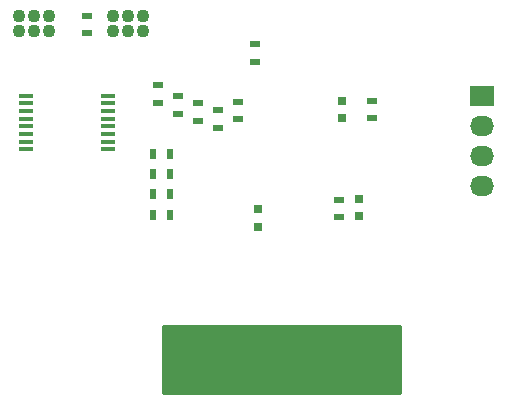
<source format=gbr>
G04 #@! TF.FileFunction,Soldermask,Top*
%FSLAX46Y46*%
G04 Gerber Fmt 4.6, Leading zero omitted, Abs format (unit mm)*
G04 Created by KiCad (PCBNEW 4.0.2+e4-6225~38~ubuntu14.04.1-stable) date Sat 23 Jul 2016 00:32:59 PDT*
%MOMM*%
G01*
G04 APERTURE LIST*
%ADD10C,0.100000*%
%ADD11R,0.900000X0.500000*%
%ADD12R,0.650240X3.599180*%
%ADD13R,0.650240X4.599940*%
%ADD14O,0.650240X0.650240*%
%ADD15R,0.750000X0.800000*%
%ADD16R,1.200000X0.400000*%
%ADD17R,0.500000X0.900000*%
%ADD18R,2.032000X1.727200*%
%ADD19O,2.032000X1.727200*%
%ADD20C,1.100000*%
%ADD21C,0.254000*%
G04 APERTURE END LIST*
D10*
D11*
X157625000Y-80050000D03*
X157625000Y-78550000D03*
D12*
X159499600Y-99499620D03*
D13*
X158498840Y-100000000D03*
X157500620Y-100000000D03*
X156499860Y-100000000D03*
X155499100Y-100000000D03*
X154500880Y-100000000D03*
X153500120Y-100000000D03*
X152499360Y-100000000D03*
X151501140Y-100000000D03*
X150500380Y-100000000D03*
X149499620Y-100000000D03*
X144500900Y-100000000D03*
X143500140Y-100000000D03*
X142499380Y-100000000D03*
X141501160Y-100000000D03*
X140500400Y-100000000D03*
X146499880Y-100000000D03*
X145499120Y-100000000D03*
D14*
X156499860Y-102301240D03*
X155499100Y-102301240D03*
X154500880Y-102301240D03*
X153500120Y-102301240D03*
X152499360Y-102301240D03*
X151501140Y-102301240D03*
X150500380Y-102301240D03*
X144500900Y-102301240D03*
X143500140Y-102301240D03*
X157500620Y-102301240D03*
X145499120Y-102301240D03*
X142499380Y-102301240D03*
X149499620Y-102301240D03*
X146499880Y-102301240D03*
X141501160Y-102301240D03*
X140500400Y-102301240D03*
X158498840Y-102301240D03*
D15*
X156525000Y-86850000D03*
X156525000Y-88350000D03*
X155125000Y-80050000D03*
X155125000Y-78550000D03*
X148025000Y-87750000D03*
X148025000Y-89250000D03*
D11*
X144625000Y-79350000D03*
X144625000Y-80850000D03*
X154825000Y-86950000D03*
X154825000Y-88450000D03*
X147725000Y-73750000D03*
X147725000Y-75250000D03*
X146325000Y-78650000D03*
X146325000Y-80150000D03*
X133525000Y-71350000D03*
X133525000Y-72850000D03*
D16*
X128375000Y-78125000D03*
X128375000Y-78775000D03*
X128375000Y-79425000D03*
X128375000Y-80075000D03*
X128375000Y-80725000D03*
X128375000Y-81375000D03*
X128375000Y-82025000D03*
X128375000Y-82675000D03*
X135275000Y-82675000D03*
X135275000Y-82025000D03*
X135275000Y-81375000D03*
X135275000Y-80725000D03*
X135275000Y-80075000D03*
X135275000Y-79425000D03*
X135275000Y-78775000D03*
X135275000Y-78125000D03*
D11*
X142925000Y-78750000D03*
X142925000Y-80250000D03*
D17*
X139075000Y-83100000D03*
X140575000Y-83100000D03*
X139075000Y-84800000D03*
X140575000Y-84800000D03*
X139075000Y-86500000D03*
X140575000Y-86500000D03*
X139075000Y-88200000D03*
X140575000Y-88200000D03*
D11*
X141225000Y-78150000D03*
X141225000Y-79650000D03*
X139525000Y-77250000D03*
X139525000Y-78750000D03*
D18*
X167000000Y-78190000D03*
D19*
X167000000Y-80730000D03*
X167000000Y-83270000D03*
X167000000Y-85810000D03*
D20*
X138270000Y-72635000D03*
X138270000Y-71365000D03*
X137000000Y-72635000D03*
X137000000Y-71365000D03*
X135730000Y-72635000D03*
X135730000Y-71365000D03*
X130270000Y-72635000D03*
X130270000Y-71365000D03*
X129000000Y-72635000D03*
X129000000Y-71365000D03*
X127730000Y-72635000D03*
X127730000Y-71365000D03*
D21*
G36*
X160023000Y-103298000D02*
X139977000Y-103298000D01*
X139977000Y-97602000D01*
X160023000Y-97602000D01*
X160023000Y-103298000D01*
X160023000Y-103298000D01*
G37*
X160023000Y-103298000D02*
X139977000Y-103298000D01*
X139977000Y-97602000D01*
X160023000Y-97602000D01*
X160023000Y-103298000D01*
M02*

</source>
